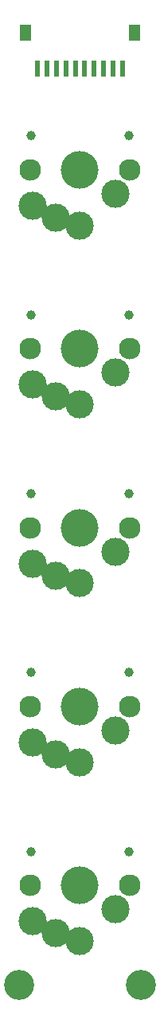
<source format=gts>
G04 #@! TF.GenerationSoftware,KiCad,Pcbnew,7.0.8*
G04 #@! TF.CreationDate,2023-10-22T00:44:16-07:00*
G04 #@! TF.ProjectId,Seismos_5-Key,53656973-6d6f-4735-9f35-2d4b65792e6b,rev?*
G04 #@! TF.SameCoordinates,Original*
G04 #@! TF.FileFunction,Soldermask,Top*
G04 #@! TF.FilePolarity,Negative*
%FSLAX46Y46*%
G04 Gerber Fmt 4.6, Leading zero omitted, Abs format (unit mm)*
G04 Created by KiCad (PCBNEW 7.0.8) date 2023-10-22 00:44:16*
%MOMM*%
%LPD*%
G01*
G04 APERTURE LIST*
%ADD10C,2.300000*%
%ADD11C,1.000000*%
%ADD12C,3.000000*%
%ADD13C,4.000000*%
%ADD14R,0.600000X1.700000*%
%ADD15R,1.200000X1.800000*%
%ADD16C,3.200000*%
G04 APERTURE END LIST*
D10*
X52300000Y-60000000D03*
D11*
X52220000Y-56384200D03*
D12*
X50810000Y-62540000D03*
X47000000Y-65900000D03*
D13*
X47000000Y-60000000D03*
D12*
X44460000Y-65080000D03*
X42000000Y-63800000D03*
D11*
X41780000Y-56384200D03*
D10*
X41700000Y-60000000D03*
X52300000Y-41000000D03*
D11*
X52220000Y-37384200D03*
D12*
X50810000Y-43540000D03*
X47000000Y-46900000D03*
D13*
X47000000Y-41000000D03*
D12*
X44460000Y-46080000D03*
X42000000Y-44800000D03*
D11*
X41780000Y-37384200D03*
D10*
X41700000Y-41000000D03*
X52300000Y-79000000D03*
D11*
X52220000Y-75384200D03*
D12*
X50810000Y-81540000D03*
X47000000Y-84900000D03*
D13*
X47000000Y-79000000D03*
D12*
X44460000Y-84080000D03*
X42000000Y-82800000D03*
D11*
X41780000Y-75384200D03*
D10*
X41700000Y-79000000D03*
X52300000Y-98000000D03*
D11*
X52220000Y-94384200D03*
D12*
X50810000Y-100540000D03*
X47000000Y-103900000D03*
D13*
X47000000Y-98000000D03*
D12*
X44460000Y-103080000D03*
X42000000Y-101800000D03*
D11*
X41780000Y-94384200D03*
D10*
X41700000Y-98000000D03*
D14*
X51500000Y-30286000D03*
X50500000Y-30286000D03*
X49500000Y-30285000D03*
X48500000Y-30285000D03*
X47500000Y-30285000D03*
X46500000Y-30285000D03*
X45500000Y-30285000D03*
X44500000Y-30285000D03*
X43500000Y-30285000D03*
X42500000Y-30285000D03*
D15*
X52800000Y-26410000D03*
X41200000Y-26410000D03*
D16*
X53500000Y-127500000D03*
X40500000Y-127500000D03*
D10*
X52300000Y-117000000D03*
D11*
X52220000Y-113384200D03*
D12*
X50810000Y-119540000D03*
X47000000Y-122900000D03*
D13*
X47000000Y-117000000D03*
D12*
X44460000Y-122080000D03*
X42000000Y-120800000D03*
D11*
X41780000Y-113384200D03*
D10*
X41700000Y-117000000D03*
M02*

</source>
